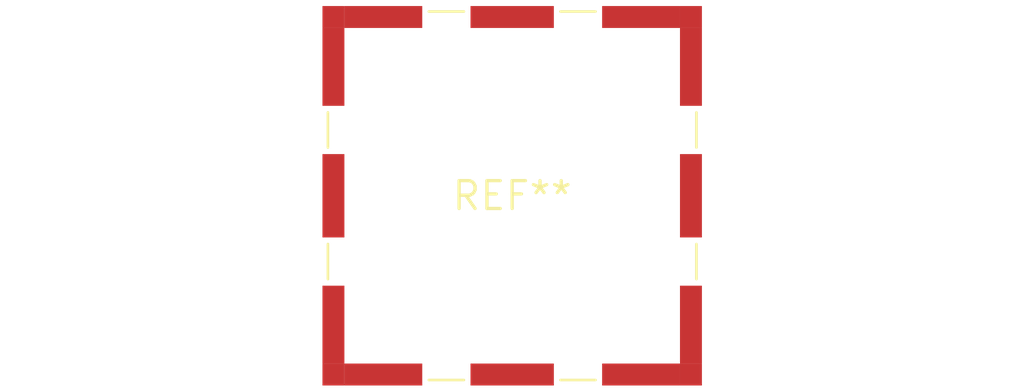
<source format=kicad_pcb>
(kicad_pcb (version 20240108) (generator pcbnew)
  (layers (0 "F.Cu" signal) (31 "B.Cu" signal) (34 "B.Paste" user) (35 "F.Paste" user) (36 "B.SilkS" user "B.Silkscreen") (37 "F.SilkS" user "F.Silkscreen") (38 "B.Mask" user) (39 "F.Mask" user) (44 "Edge.Cuts" user))
  (net 0 "")
  (footprint "Laird_Technologies_BMI-S-102_16.50x16.50mm" (layer "F.Cu") (at 0 0)
    (property "Reference" "REF**")
    (property "Value" "Laird_Technologies_BMI-S-102_16.50x16.50mm")
    (fp_line (start -8.4 -3.8) (end -8.4 -2.2) (layer "F.SilkS") (stroke (width 0.12)))
    (fp_line (start -8.4 2.2) (end -8.4 3.8) (layer "F.SilkS") (stroke (width 0.12)))
    (fp_line (start -3.8 -8.4) (end -2.2 -8.4) (layer "F.SilkS") (stroke (width 0.12)))
    (fp_line (start -3.8 8.4) (end -2.2 8.4) (layer "F.SilkS") (stroke (width 0.12)))
    (fp_line (start 2.2 -8.4) (end 3.8 -8.4) (layer "F.SilkS") (stroke (width 0.12)))
    (fp_line (start 2.2 8.4) (end 3.8 8.4) (layer "F.SilkS") (stroke (width 0.12)))
    (fp_line (start 8.4 -3.8) (end 8.4 -2.2) (layer "F.SilkS") (stroke (width 0.12)))
    (fp_line (start 8.4 2.2) (end 8.4 3.8) (layer "F.SilkS") (stroke (width 0.12)))
    (pad "1" smd rect (at -8.15 -8.15) (size 1 1) (layers "F.Cu" "F.Paste" "F.Mask"))
    (pad "1" smd rect (at -8.15 -5.875) (size 1 3.55) (layers "F.Cu" "F.Paste" "F.Mask"))
    (pad "1" smd rect (at -8.15 0) (size 1 3.8) (layers "F.Cu" "F.Paste" "F.Mask"))
    (pad "1" smd rect (at -8.15 5.875) (size 1 3.55) (layers "F.Cu" "F.Paste" "F.Mask"))
    (pad "1" smd rect (at -8.15 8.15) (size 1 1) (layers "F.Cu" "F.Paste" "F.Mask"))
    (pad "1" smd rect (at -5.875 -8.15) (size 3.55 1) (layers "F.Cu" "F.Paste" "F.Mask"))
    (pad "1" smd rect (at -5.875 8.15) (size 3.55 1) (layers "F.Cu" "F.Paste" "F.Mask"))
    (pad "1" smd rect (at 0 -8.15) (size 3.8 1) (layers "F.Cu" "F.Paste" "F.Mask"))
    (pad "1" smd rect (at 0 8.15) (size 3.8 1) (layers "F.Cu" "F.Paste" "F.Mask"))
    (pad "1" smd rect (at 5.875 -8.15) (size 3.55 1) (layers "F.Cu" "F.Paste" "F.Mask"))
    (pad "1" smd rect (at 5.875 8.15) (size 3.55 1) (layers "F.Cu" "F.Paste" "F.Mask"))
    (pad "1" smd rect (at 8.15 -8.15) (size 1 1) (layers "F.Cu" "F.Paste" "F.Mask"))
    (pad "1" smd rect (at 8.15 -5.875) (size 1 3.55) (layers "F.Cu" "F.Paste" "F.Mask"))
    (pad "1" smd rect (at 8.15 0) (size 1 3.8) (layers "F.Cu" "F.Paste" "F.Mask"))
    (pad "1" smd rect (at 8.15 5.875) (size 1 3.55) (layers "F.Cu" "F.Paste" "F.Mask"))
    (pad "1" smd rect (at 8.15 8.15) (size 1 1) (layers "F.Cu" "F.Paste" "F.Mask"))
  )
)
</source>
